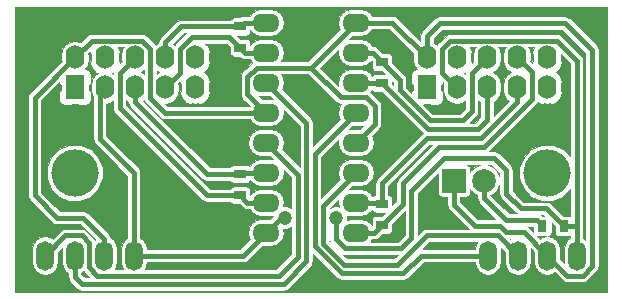
<source format=gbr>
G04 #@! TF.FileFunction,Copper,L2,Bot,Signal*
%FSLAX46Y46*%
G04 Gerber Fmt 4.6, Leading zero omitted, Abs format (unit mm)*
G04 Created by KiCad (PCBNEW 4.0.4-stable) date 12/15/16 17:08:41*
%MOMM*%
%LPD*%
G01*
G04 APERTURE LIST*
%ADD10C,0.100000*%
%ADD11R,2.000000X2.000000*%
%ADD12C,2.000000*%
%ADD13O,1.500000X2.500000*%
%ADD14R,0.800000X1.000000*%
%ADD15O,2.300000X1.600000*%
%ADD16R,1.000000X0.800000*%
%ADD17R,1.600000X2.000000*%
%ADD18O,1.600000X2.000000*%
%ADD19C,4.000000*%
%ADD20C,1.200000*%
%ADD21C,0.400000*%
%ADD22C,0.026000*%
G04 APERTURE END LIST*
D10*
D11*
X37084000Y-24654000D03*
D12*
X39624000Y-24654000D03*
D13*
X2500000Y-31000000D03*
X5000000Y-31000000D03*
X7500000Y-31000000D03*
X10000000Y-31000000D03*
X40000000Y-31000000D03*
X42500000Y-31000000D03*
X45000000Y-31000000D03*
X47500000Y-31000000D03*
D14*
X44600000Y-28500000D03*
X46400000Y-28500000D03*
D15*
X21190000Y-11280000D03*
X21190000Y-13820000D03*
X21190000Y-16360000D03*
X21190000Y-18900000D03*
X21190000Y-21440000D03*
X21190000Y-23980000D03*
X21190000Y-26520000D03*
X21190000Y-29060000D03*
X28810000Y-29060000D03*
X28810000Y-26520000D03*
X28810000Y-23980000D03*
X28810000Y-21440000D03*
X28810000Y-18900000D03*
X28810000Y-16360000D03*
X28810000Y-13820000D03*
X28810000Y-11280000D03*
D16*
X19000000Y-11600000D03*
X19000000Y-13400000D03*
X19000000Y-25900000D03*
X19000000Y-24100000D03*
X31000000Y-28400000D03*
X31000000Y-26600000D03*
X31000000Y-14600000D03*
X31000000Y-16400000D03*
D17*
X5020000Y-16764000D03*
D18*
X5020000Y-14224000D03*
X7560000Y-16764000D03*
X7560000Y-14224000D03*
X10100000Y-16764000D03*
X10100000Y-14224000D03*
X12640000Y-16764000D03*
X12640000Y-14224000D03*
X15180000Y-16764000D03*
X15180000Y-14224000D03*
D17*
X34820000Y-16764000D03*
D18*
X34820000Y-14224000D03*
X37360000Y-16764000D03*
X37360000Y-14224000D03*
X39900000Y-16764000D03*
X39900000Y-14224000D03*
X42440000Y-16764000D03*
X42440000Y-14224000D03*
X44980000Y-16764000D03*
X44980000Y-14224000D03*
D19*
X5000000Y-24000000D03*
X45000000Y-24000000D03*
D20*
X22800000Y-27800000D03*
X27100000Y-27800000D03*
D21*
X7500000Y-31000000D02*
X7500000Y-29600000D01*
X1600000Y-17644000D02*
X5020000Y-14224000D01*
X1600000Y-25900000D02*
X1600000Y-17644000D01*
X3500000Y-27800000D02*
X1600000Y-25900000D01*
X5700000Y-27800000D02*
X3500000Y-27800000D01*
X7500000Y-29600000D02*
X5700000Y-27800000D01*
X34820000Y-14224000D02*
X34820000Y-12380000D01*
X46700000Y-32700000D02*
X45000000Y-31000000D01*
X48000000Y-32700000D02*
X46700000Y-32700000D01*
X48800000Y-31900000D02*
X48000000Y-32700000D01*
X48800000Y-13600000D02*
X48800000Y-31900000D01*
X46500000Y-11300000D02*
X48800000Y-13600000D01*
X35900000Y-11300000D02*
X46500000Y-11300000D01*
X34820000Y-12380000D02*
X35900000Y-11300000D01*
X28810000Y-11280000D02*
X31876000Y-11280000D01*
X31876000Y-11280000D02*
X34820000Y-14224000D01*
X28810000Y-21440000D02*
X30400000Y-19850000D01*
X27500000Y-17600000D02*
X25000000Y-15100000D01*
X29700000Y-17600000D02*
X27500000Y-17600000D01*
X30400000Y-18300000D02*
X29700000Y-17600000D01*
X30400000Y-19850000D02*
X30400000Y-18300000D01*
X25000000Y-15100000D02*
X25000000Y-15090000D01*
X21190000Y-18900000D02*
X12600000Y-18900000D01*
X6444000Y-12800000D02*
X5020000Y-14224000D01*
X10700000Y-12800000D02*
X6444000Y-12800000D01*
X11400000Y-13500000D02*
X10700000Y-12800000D01*
X11400000Y-17700000D02*
X11400000Y-13500000D01*
X12600000Y-18900000D02*
X11400000Y-17700000D01*
X28810000Y-11280000D02*
X25000000Y-15090000D01*
X25000000Y-15090000D02*
X24990000Y-15100000D01*
X19600000Y-17310000D02*
X21190000Y-18900000D01*
X19600000Y-15900000D02*
X19600000Y-17310000D01*
X20400000Y-15100000D02*
X19600000Y-15900000D01*
X24990000Y-15100000D02*
X20400000Y-15100000D01*
X45000000Y-31000000D02*
X43000000Y-29000000D01*
X40964000Y-28464000D02*
X38862000Y-28464000D01*
X38862000Y-28464000D02*
X37084000Y-26686000D01*
X37084000Y-26686000D02*
X37084000Y-24654000D01*
X43000000Y-29000000D02*
X41500000Y-29000000D01*
X41500000Y-29000000D02*
X40964000Y-28464000D01*
X44600000Y-28500000D02*
X44100000Y-28000000D01*
X39624000Y-26124000D02*
X39624000Y-24654000D01*
X41500000Y-28000000D02*
X39624000Y-26124000D01*
X44100000Y-28000000D02*
X41500000Y-28000000D01*
X33500000Y-29500000D02*
X32600000Y-30400000D01*
X22450000Y-27800000D02*
X21190000Y-29060000D01*
X22800000Y-27800000D02*
X22450000Y-27800000D01*
X27100000Y-29599998D02*
X27100000Y-27800000D01*
X27900002Y-30400000D02*
X27100000Y-29599998D01*
X32600000Y-30400000D02*
X27900002Y-30400000D01*
X46400000Y-28500000D02*
X44900000Y-27000000D01*
X33500000Y-25500000D02*
X33500000Y-29500000D01*
X36250000Y-22750000D02*
X33500000Y-25500000D01*
X40500000Y-22750000D02*
X36250000Y-22750000D01*
X41500000Y-23750000D02*
X40500000Y-22750000D01*
X41500000Y-25750000D02*
X41500000Y-23750000D01*
X42750000Y-27000000D02*
X41500000Y-25750000D01*
X44900000Y-27000000D02*
X42750000Y-27000000D01*
X37360000Y-16764000D02*
X36100000Y-15504000D01*
X47500000Y-14500000D02*
X47500000Y-28500000D01*
X45800000Y-12800000D02*
X47500000Y-14500000D01*
X36800000Y-12800000D02*
X45800000Y-12800000D01*
X36100000Y-13500000D02*
X36800000Y-12800000D01*
X36100000Y-15504000D02*
X36100000Y-13500000D01*
X21190000Y-29060000D02*
X19250000Y-31000000D01*
X19250000Y-31000000D02*
X10000000Y-31000000D01*
X7112000Y-16764000D02*
X7112000Y-21112000D01*
X10000000Y-27750000D02*
X10000000Y-24000000D01*
X10000000Y-24000000D02*
X7620000Y-21620000D01*
X10000000Y-28000000D02*
X10000000Y-27750000D01*
X7112000Y-21112000D02*
X7620000Y-21620000D01*
X46400000Y-28500000D02*
X47500000Y-28500000D01*
X10000000Y-31000000D02*
X10000000Y-28000000D01*
X47500000Y-31000000D02*
X47500000Y-28500000D01*
X10000000Y-31000000D02*
X10250000Y-30750000D01*
X19000000Y-11600000D02*
X14000000Y-11600000D01*
X12640000Y-12960000D02*
X12640000Y-14224000D01*
X14000000Y-11600000D02*
X12640000Y-12960000D01*
X21190000Y-11280000D02*
X19320000Y-11280000D01*
X19320000Y-11280000D02*
X19000000Y-11600000D01*
X12640000Y-16764000D02*
X13900000Y-15504000D01*
X18100000Y-12500000D02*
X19000000Y-13400000D01*
X14900000Y-12500000D02*
X18100000Y-12500000D01*
X13900000Y-13500000D02*
X14900000Y-12500000D01*
X13900000Y-15504000D02*
X13900000Y-13500000D01*
X21190000Y-13820000D02*
X19420000Y-13820000D01*
X19420000Y-13820000D02*
X19000000Y-13400000D01*
X19000000Y-25900000D02*
X16200000Y-25900000D01*
X8800000Y-15524000D02*
X10100000Y-14224000D01*
X8800000Y-18500000D02*
X8800000Y-15524000D01*
X16200000Y-25900000D02*
X8800000Y-18500000D01*
X21190000Y-26520000D02*
X19620000Y-26520000D01*
X19620000Y-26520000D02*
X19000000Y-25900000D01*
X10100000Y-16764000D02*
X10100000Y-18000000D01*
X16200000Y-24100000D02*
X19000000Y-24100000D01*
X10100000Y-18000000D02*
X16200000Y-24100000D01*
X21190000Y-23980000D02*
X19120000Y-23980000D01*
X19120000Y-23980000D02*
X19000000Y-24100000D01*
X31000000Y-28400000D02*
X32766000Y-26634000D01*
X43688000Y-15472000D02*
X42440000Y-14224000D01*
X43688000Y-17780000D02*
X43688000Y-15472000D01*
X39624000Y-21844000D02*
X43688000Y-17780000D01*
X35814000Y-21844000D02*
X39624000Y-21844000D01*
X32766000Y-24892000D02*
X35814000Y-21844000D01*
X32766000Y-26634000D02*
X32766000Y-24892000D01*
X28810000Y-29060000D02*
X30340000Y-29060000D01*
X30340000Y-29060000D02*
X31000000Y-28400000D01*
X42440000Y-16764000D02*
X42440000Y-18012000D01*
X39370000Y-21082000D02*
X38122000Y-21082000D01*
X42440000Y-18012000D02*
X39370000Y-21082000D01*
X31000000Y-26600000D02*
X31000000Y-24880000D01*
X34798000Y-21082000D02*
X38122000Y-21082000D01*
X31000000Y-24880000D02*
X34798000Y-21082000D01*
X28810000Y-26520000D02*
X30920000Y-26520000D01*
X30920000Y-26520000D02*
X31000000Y-26600000D01*
X39900000Y-14224000D02*
X38608000Y-15516000D01*
X32512000Y-16112000D02*
X31000000Y-14600000D01*
X32512000Y-17018000D02*
X32512000Y-16112000D01*
X35052000Y-19558000D02*
X32512000Y-17018000D01*
X37846000Y-19558000D02*
X35052000Y-19558000D01*
X38608000Y-18796000D02*
X37846000Y-19558000D01*
X38608000Y-15516000D02*
X38608000Y-18796000D01*
X28810000Y-13820000D02*
X30220000Y-13820000D01*
X30220000Y-13820000D02*
X31000000Y-14600000D01*
X39900000Y-16764000D02*
X39900000Y-19536000D01*
X39116000Y-20320000D02*
X37592000Y-20320000D01*
X39900000Y-19536000D02*
X39116000Y-20320000D01*
X37592000Y-20320000D02*
X34920000Y-20320000D01*
X31000000Y-16400000D02*
X34920000Y-20320000D01*
X28810000Y-16360000D02*
X30960000Y-16360000D01*
X30960000Y-16360000D02*
X31000000Y-16400000D01*
X21190000Y-21440000D02*
X23900000Y-24150000D01*
X23900000Y-24150000D02*
X23900000Y-31100000D01*
X2500000Y-31000000D02*
X4200000Y-29300000D01*
X22300000Y-32700000D02*
X23900000Y-31100000D01*
X6900000Y-32700000D02*
X22300000Y-32700000D01*
X6200000Y-32000000D02*
X6900000Y-32700000D01*
X6200000Y-29900000D02*
X6200000Y-32000000D01*
X5600000Y-29300000D02*
X6200000Y-29900000D01*
X4200000Y-29300000D02*
X5600000Y-29300000D01*
X21190000Y-16360000D02*
X24600000Y-19770000D01*
X24600000Y-19770000D02*
X24600000Y-31500000D01*
X24600000Y-31500000D02*
X24600000Y-31400000D01*
X24600000Y-31400000D02*
X24600000Y-31500000D01*
X5000000Y-31000000D02*
X5000000Y-32800000D01*
X5600000Y-33400000D02*
X7400000Y-33400000D01*
X5000000Y-32800000D02*
X5600000Y-33400000D01*
X22700000Y-33400000D02*
X7400000Y-33400000D01*
X24600000Y-31500000D02*
X22700000Y-33400000D01*
X40000000Y-31000000D02*
X34300000Y-31000000D01*
X34300000Y-31000000D02*
X32800000Y-32500000D01*
X25300000Y-22410000D02*
X28810000Y-18900000D01*
X25300000Y-30200000D02*
X25300000Y-22410000D01*
X27600000Y-32500000D02*
X25300000Y-30200000D01*
X32800000Y-32500000D02*
X27600000Y-32500000D01*
X28810000Y-23980000D02*
X26000000Y-26790000D01*
X40800000Y-29300000D02*
X42500000Y-31000000D01*
X34800000Y-29300000D02*
X40800000Y-29300000D01*
X32300000Y-31800000D02*
X34800000Y-29300000D01*
X27800000Y-31800000D02*
X32300000Y-31800000D01*
X26000000Y-30000000D02*
X27800000Y-31800000D01*
X26000000Y-26790000D02*
X26000000Y-30000000D01*
D22*
G36*
X50062000Y-34062000D02*
X-62000Y-34062000D01*
X-62000Y-17644000D01*
X1037000Y-17644000D01*
X1037000Y-25900000D01*
X1079856Y-26115451D01*
X1113536Y-26165856D01*
X1201899Y-26298101D01*
X3101899Y-28198101D01*
X3284549Y-28320144D01*
X3500000Y-28363000D01*
X5466798Y-28363000D01*
X6756269Y-29652471D01*
X6716476Y-29679060D01*
X6598101Y-29501899D01*
X5998101Y-28901899D01*
X5912272Y-28844550D01*
X5815451Y-28779856D01*
X5600000Y-28737000D01*
X4200000Y-28737000D01*
X3984549Y-28779856D01*
X3801899Y-28901899D01*
X3128393Y-29575405D01*
X2925927Y-29440121D01*
X2500000Y-29355399D01*
X2074073Y-29440121D01*
X1712990Y-29681389D01*
X1471722Y-30042472D01*
X1387000Y-30468399D01*
X1387000Y-31531601D01*
X1471722Y-31957528D01*
X1712990Y-32318611D01*
X2074073Y-32559879D01*
X2500000Y-32644601D01*
X2925927Y-32559879D01*
X3287010Y-32318611D01*
X3528278Y-31957528D01*
X3613000Y-31531601D01*
X3613000Y-30683202D01*
X3901699Y-30394503D01*
X3887000Y-30468399D01*
X3887000Y-31531601D01*
X3971722Y-31957528D01*
X4212990Y-32318611D01*
X4437000Y-32468290D01*
X4437000Y-32800000D01*
X4479856Y-33015451D01*
X4601899Y-33198101D01*
X5201899Y-33798101D01*
X5384549Y-33920144D01*
X5600000Y-33963000D01*
X22700000Y-33963000D01*
X22915451Y-33920144D01*
X23098101Y-33798101D01*
X24998101Y-31898101D01*
X25073973Y-31784550D01*
X25120144Y-31715451D01*
X25163000Y-31500000D01*
X25163000Y-30859202D01*
X27201899Y-32898101D01*
X27384549Y-33020144D01*
X27600000Y-33063000D01*
X32800000Y-33063000D01*
X33015451Y-33020144D01*
X33198101Y-32898101D01*
X34533202Y-31563000D01*
X38893246Y-31563000D01*
X38971722Y-31957528D01*
X39212990Y-32318611D01*
X39574073Y-32559879D01*
X40000000Y-32644601D01*
X40425927Y-32559879D01*
X40787010Y-32318611D01*
X41028278Y-31957528D01*
X41113000Y-31531601D01*
X41113000Y-30468399D01*
X41098301Y-30394503D01*
X41387000Y-30683202D01*
X41387000Y-31531601D01*
X41471722Y-31957528D01*
X41712990Y-32318611D01*
X42074073Y-32559879D01*
X42500000Y-32644601D01*
X42925927Y-32559879D01*
X43287010Y-32318611D01*
X43528278Y-31957528D01*
X43613000Y-31531601D01*
X43613000Y-30468399D01*
X43598301Y-30394503D01*
X43887000Y-30683202D01*
X43887000Y-31531601D01*
X43971722Y-31957528D01*
X44212990Y-32318611D01*
X44574073Y-32559879D01*
X45000000Y-32644601D01*
X45425927Y-32559879D01*
X45628393Y-32424595D01*
X46301899Y-33098101D01*
X46484549Y-33220144D01*
X46700000Y-33263000D01*
X48000000Y-33263000D01*
X48215451Y-33220144D01*
X48398101Y-33098101D01*
X49198101Y-32298101D01*
X49320144Y-32115451D01*
X49363000Y-31900000D01*
X49363000Y-13600000D01*
X49320144Y-13384549D01*
X49198101Y-13201899D01*
X46898101Y-10901899D01*
X46868169Y-10881899D01*
X46715451Y-10779856D01*
X46500000Y-10737000D01*
X35900000Y-10737000D01*
X35684549Y-10779856D01*
X35531831Y-10881899D01*
X35501899Y-10901899D01*
X34421899Y-11981899D01*
X34299856Y-12164549D01*
X34257000Y-12380000D01*
X34257000Y-12864798D01*
X32274101Y-10881899D01*
X32091451Y-10759856D01*
X31876000Y-10717000D01*
X30185309Y-10717000D01*
X30012006Y-10457635D01*
X29634702Y-10205528D01*
X29189641Y-10117000D01*
X28430359Y-10117000D01*
X27985298Y-10205528D01*
X27607994Y-10457635D01*
X27355887Y-10834939D01*
X27267359Y-11280000D01*
X27355887Y-11725061D01*
X27441143Y-11852655D01*
X24756798Y-14537000D01*
X22462409Y-14537000D01*
X22644113Y-14265061D01*
X22732641Y-13820000D01*
X22644113Y-13374939D01*
X22392006Y-12997635D01*
X22014702Y-12745528D01*
X21569641Y-12657000D01*
X20810359Y-12657000D01*
X20365298Y-12745528D01*
X19987994Y-12997635D01*
X19870111Y-13174059D01*
X19870111Y-13000000D01*
X19844799Y-12865480D01*
X19765298Y-12741932D01*
X19643994Y-12659049D01*
X19500000Y-12629889D01*
X19026091Y-12629889D01*
X18766313Y-12370111D01*
X19500000Y-12370111D01*
X19634520Y-12344799D01*
X19758068Y-12265298D01*
X19840951Y-12143994D01*
X19870111Y-12000000D01*
X19870111Y-11925941D01*
X19987994Y-12102365D01*
X20365298Y-12354472D01*
X20810359Y-12443000D01*
X21569641Y-12443000D01*
X22014702Y-12354472D01*
X22392006Y-12102365D01*
X22644113Y-11725061D01*
X22732641Y-11280000D01*
X22644113Y-10834939D01*
X22392006Y-10457635D01*
X22014702Y-10205528D01*
X21569641Y-10117000D01*
X20810359Y-10117000D01*
X20365298Y-10205528D01*
X19987994Y-10457635D01*
X19814691Y-10717000D01*
X19320000Y-10717000D01*
X19104549Y-10759856D01*
X18999737Y-10829889D01*
X18500000Y-10829889D01*
X18365480Y-10855201D01*
X18241932Y-10934702D01*
X18172035Y-11037000D01*
X14000000Y-11037000D01*
X13784549Y-11079856D01*
X13601899Y-11201899D01*
X12241899Y-12561899D01*
X12119856Y-12744549D01*
X12077000Y-12960000D01*
X12077000Y-13001629D01*
X11837867Y-13161413D01*
X11798101Y-13101899D01*
X11098101Y-12401899D01*
X11050527Y-12370111D01*
X10915451Y-12279856D01*
X10700000Y-12237000D01*
X6444000Y-12237000D01*
X6228549Y-12279856D01*
X6045899Y-12401899D01*
X5500976Y-12946822D01*
X5465061Y-12922825D01*
X5020000Y-12834297D01*
X4574939Y-12922825D01*
X4197635Y-13174932D01*
X3945528Y-13552236D01*
X3857000Y-13997297D01*
X3857000Y-14450703D01*
X3880243Y-14567555D01*
X1201899Y-17245899D01*
X1079856Y-17428549D01*
X1037000Y-17644000D01*
X-62000Y-17644000D01*
X-62000Y-9938000D01*
X50062000Y-9938000D01*
X50062000Y-34062000D01*
X50062000Y-34062000D01*
G37*
X50062000Y-34062000D02*
X-62000Y-34062000D01*
X-62000Y-17644000D01*
X1037000Y-17644000D01*
X1037000Y-25900000D01*
X1079856Y-26115451D01*
X1113536Y-26165856D01*
X1201899Y-26298101D01*
X3101899Y-28198101D01*
X3284549Y-28320144D01*
X3500000Y-28363000D01*
X5466798Y-28363000D01*
X6756269Y-29652471D01*
X6716476Y-29679060D01*
X6598101Y-29501899D01*
X5998101Y-28901899D01*
X5912272Y-28844550D01*
X5815451Y-28779856D01*
X5600000Y-28737000D01*
X4200000Y-28737000D01*
X3984549Y-28779856D01*
X3801899Y-28901899D01*
X3128393Y-29575405D01*
X2925927Y-29440121D01*
X2500000Y-29355399D01*
X2074073Y-29440121D01*
X1712990Y-29681389D01*
X1471722Y-30042472D01*
X1387000Y-30468399D01*
X1387000Y-31531601D01*
X1471722Y-31957528D01*
X1712990Y-32318611D01*
X2074073Y-32559879D01*
X2500000Y-32644601D01*
X2925927Y-32559879D01*
X3287010Y-32318611D01*
X3528278Y-31957528D01*
X3613000Y-31531601D01*
X3613000Y-30683202D01*
X3901699Y-30394503D01*
X3887000Y-30468399D01*
X3887000Y-31531601D01*
X3971722Y-31957528D01*
X4212990Y-32318611D01*
X4437000Y-32468290D01*
X4437000Y-32800000D01*
X4479856Y-33015451D01*
X4601899Y-33198101D01*
X5201899Y-33798101D01*
X5384549Y-33920144D01*
X5600000Y-33963000D01*
X22700000Y-33963000D01*
X22915451Y-33920144D01*
X23098101Y-33798101D01*
X24998101Y-31898101D01*
X25073973Y-31784550D01*
X25120144Y-31715451D01*
X25163000Y-31500000D01*
X25163000Y-30859202D01*
X27201899Y-32898101D01*
X27384549Y-33020144D01*
X27600000Y-33063000D01*
X32800000Y-33063000D01*
X33015451Y-33020144D01*
X33198101Y-32898101D01*
X34533202Y-31563000D01*
X38893246Y-31563000D01*
X38971722Y-31957528D01*
X39212990Y-32318611D01*
X39574073Y-32559879D01*
X40000000Y-32644601D01*
X40425927Y-32559879D01*
X40787010Y-32318611D01*
X41028278Y-31957528D01*
X41113000Y-31531601D01*
X41113000Y-30468399D01*
X41098301Y-30394503D01*
X41387000Y-30683202D01*
X41387000Y-31531601D01*
X41471722Y-31957528D01*
X41712990Y-32318611D01*
X42074073Y-32559879D01*
X42500000Y-32644601D01*
X42925927Y-32559879D01*
X43287010Y-32318611D01*
X43528278Y-31957528D01*
X43613000Y-31531601D01*
X43613000Y-30468399D01*
X43598301Y-30394503D01*
X43887000Y-30683202D01*
X43887000Y-31531601D01*
X43971722Y-31957528D01*
X44212990Y-32318611D01*
X44574073Y-32559879D01*
X45000000Y-32644601D01*
X45425927Y-32559879D01*
X45628393Y-32424595D01*
X46301899Y-33098101D01*
X46484549Y-33220144D01*
X46700000Y-33263000D01*
X48000000Y-33263000D01*
X48215451Y-33220144D01*
X48398101Y-33098101D01*
X49198101Y-32298101D01*
X49320144Y-32115451D01*
X49363000Y-31900000D01*
X49363000Y-13600000D01*
X49320144Y-13384549D01*
X49198101Y-13201899D01*
X46898101Y-10901899D01*
X46868169Y-10881899D01*
X46715451Y-10779856D01*
X46500000Y-10737000D01*
X35900000Y-10737000D01*
X35684549Y-10779856D01*
X35531831Y-10881899D01*
X35501899Y-10901899D01*
X34421899Y-11981899D01*
X34299856Y-12164549D01*
X34257000Y-12380000D01*
X34257000Y-12864798D01*
X32274101Y-10881899D01*
X32091451Y-10759856D01*
X31876000Y-10717000D01*
X30185309Y-10717000D01*
X30012006Y-10457635D01*
X29634702Y-10205528D01*
X29189641Y-10117000D01*
X28430359Y-10117000D01*
X27985298Y-10205528D01*
X27607994Y-10457635D01*
X27355887Y-10834939D01*
X27267359Y-11280000D01*
X27355887Y-11725061D01*
X27441143Y-11852655D01*
X24756798Y-14537000D01*
X22462409Y-14537000D01*
X22644113Y-14265061D01*
X22732641Y-13820000D01*
X22644113Y-13374939D01*
X22392006Y-12997635D01*
X22014702Y-12745528D01*
X21569641Y-12657000D01*
X20810359Y-12657000D01*
X20365298Y-12745528D01*
X19987994Y-12997635D01*
X19870111Y-13174059D01*
X19870111Y-13000000D01*
X19844799Y-12865480D01*
X19765298Y-12741932D01*
X19643994Y-12659049D01*
X19500000Y-12629889D01*
X19026091Y-12629889D01*
X18766313Y-12370111D01*
X19500000Y-12370111D01*
X19634520Y-12344799D01*
X19758068Y-12265298D01*
X19840951Y-12143994D01*
X19870111Y-12000000D01*
X19870111Y-11925941D01*
X19987994Y-12102365D01*
X20365298Y-12354472D01*
X20810359Y-12443000D01*
X21569641Y-12443000D01*
X22014702Y-12354472D01*
X22392006Y-12102365D01*
X22644113Y-11725061D01*
X22732641Y-11280000D01*
X22644113Y-10834939D01*
X22392006Y-10457635D01*
X22014702Y-10205528D01*
X21569641Y-10117000D01*
X20810359Y-10117000D01*
X20365298Y-10205528D01*
X19987994Y-10457635D01*
X19814691Y-10717000D01*
X19320000Y-10717000D01*
X19104549Y-10759856D01*
X18999737Y-10829889D01*
X18500000Y-10829889D01*
X18365480Y-10855201D01*
X18241932Y-10934702D01*
X18172035Y-11037000D01*
X14000000Y-11037000D01*
X13784549Y-11079856D01*
X13601899Y-11201899D01*
X12241899Y-12561899D01*
X12119856Y-12744549D01*
X12077000Y-12960000D01*
X12077000Y-13001629D01*
X11837867Y-13161413D01*
X11798101Y-13101899D01*
X11098101Y-12401899D01*
X11050527Y-12370111D01*
X10915451Y-12279856D01*
X10700000Y-12237000D01*
X6444000Y-12237000D01*
X6228549Y-12279856D01*
X6045899Y-12401899D01*
X5500976Y-12946822D01*
X5465061Y-12922825D01*
X5020000Y-12834297D01*
X4574939Y-12922825D01*
X4197635Y-13174932D01*
X3945528Y-13552236D01*
X3857000Y-13997297D01*
X3857000Y-14450703D01*
X3880243Y-14567555D01*
X1201899Y-17245899D01*
X1079856Y-17428549D01*
X1037000Y-17644000D01*
X-62000Y-17644000D01*
X-62000Y-9938000D01*
X50062000Y-9938000D01*
X50062000Y-34062000D01*
G36*
X5801899Y-32398101D02*
X6240798Y-32837000D01*
X5833202Y-32837000D01*
X5563000Y-32566798D01*
X5563000Y-32468290D01*
X5760584Y-32336268D01*
X5801899Y-32398101D01*
X5801899Y-32398101D01*
G37*
X5801899Y-32398101D02*
X6240798Y-32837000D01*
X5833202Y-32837000D01*
X5563000Y-32566798D01*
X5563000Y-32468290D01*
X5760584Y-32336268D01*
X5801899Y-32398101D01*
G36*
X23337000Y-30866798D02*
X22066798Y-32137000D01*
X10908359Y-32137000D01*
X11028278Y-31957528D01*
X11106754Y-31563000D01*
X19250000Y-31563000D01*
X19465451Y-31520144D01*
X19648101Y-31398101D01*
X20823202Y-30223000D01*
X21569641Y-30223000D01*
X22014702Y-30134472D01*
X22392006Y-29882365D01*
X22644113Y-29505061D01*
X22732641Y-29060000D01*
X22673542Y-28762890D01*
X22990712Y-28763167D01*
X23337000Y-28620083D01*
X23337000Y-30866798D01*
X23337000Y-30866798D01*
G37*
X23337000Y-30866798D02*
X22066798Y-32137000D01*
X10908359Y-32137000D01*
X11028278Y-31957528D01*
X11106754Y-31563000D01*
X19250000Y-31563000D01*
X19465451Y-31520144D01*
X19648101Y-31398101D01*
X20823202Y-30223000D01*
X21569641Y-30223000D01*
X22014702Y-30134472D01*
X22392006Y-29882365D01*
X22644113Y-29505061D01*
X22732641Y-29060000D01*
X22673542Y-28762890D01*
X22990712Y-28763167D01*
X23337000Y-28620083D01*
X23337000Y-30866798D01*
G36*
X6265373Y-13777440D02*
X6372992Y-13983000D01*
X6399844Y-13983000D01*
X6397000Y-13997297D01*
X6397000Y-14450703D01*
X6399844Y-14465000D01*
X6372992Y-14465000D01*
X6265373Y-14670560D01*
X6458275Y-15147224D01*
X6818905Y-15513784D01*
X6942696Y-15577915D01*
X6737635Y-15714932D01*
X6485528Y-16092236D01*
X6397000Y-16537297D01*
X6397000Y-16990703D01*
X6485528Y-17435764D01*
X6549000Y-17530756D01*
X6549000Y-21112000D01*
X6591856Y-21327451D01*
X6643372Y-21404550D01*
X6713899Y-21510101D01*
X9437000Y-24233202D01*
X9437000Y-29531710D01*
X9212990Y-29681389D01*
X8971722Y-30042472D01*
X8887000Y-30468399D01*
X8887000Y-31531601D01*
X8971722Y-31957528D01*
X9091641Y-32137000D01*
X8408359Y-32137000D01*
X8528278Y-31957528D01*
X8613000Y-31531601D01*
X8613000Y-30468399D01*
X8528278Y-30042472D01*
X8287010Y-29681389D01*
X8047334Y-29521243D01*
X8020144Y-29384549D01*
X7898101Y-29201899D01*
X6098101Y-27401899D01*
X6050527Y-27370111D01*
X5915451Y-27279856D01*
X5700000Y-27237000D01*
X3733202Y-27237000D01*
X2163000Y-25666798D01*
X2163000Y-24467968D01*
X2636591Y-24467968D01*
X2995578Y-25336783D01*
X3659720Y-26002086D01*
X4527908Y-26362589D01*
X5467968Y-26363409D01*
X6336783Y-26004422D01*
X7002086Y-25340280D01*
X7362589Y-24472092D01*
X7363409Y-23532032D01*
X7004422Y-22663217D01*
X6340280Y-21997914D01*
X5472092Y-21637411D01*
X4532032Y-21636591D01*
X3663217Y-21995578D01*
X2997914Y-22659720D01*
X2637411Y-23527908D01*
X2636591Y-24467968D01*
X2163000Y-24467968D01*
X2163000Y-17877202D01*
X3699000Y-16341202D01*
X3699000Y-16392750D01*
X3829250Y-16523000D01*
X3849889Y-16523000D01*
X3849889Y-17005000D01*
X3829250Y-17005000D01*
X3699000Y-17135250D01*
X3699000Y-17867634D01*
X3778318Y-18059123D01*
X3924878Y-18205683D01*
X4116367Y-18285000D01*
X4648750Y-18285000D01*
X4779000Y-18154750D01*
X4779000Y-18134111D01*
X5261000Y-18134111D01*
X5261000Y-18154750D01*
X5391250Y-18285000D01*
X5923633Y-18285000D01*
X6115122Y-18205683D01*
X6261682Y-18059123D01*
X6341000Y-17867634D01*
X6341000Y-17135250D01*
X6210750Y-17005000D01*
X6190111Y-17005000D01*
X6190111Y-16523000D01*
X6210750Y-16523000D01*
X6341000Y-16392750D01*
X6341000Y-15660366D01*
X6261682Y-15468877D01*
X6115122Y-15322317D01*
X5923633Y-15243000D01*
X5862456Y-15243000D01*
X6094472Y-14895764D01*
X6183000Y-14450703D01*
X6183000Y-13997297D01*
X6159757Y-13880445D01*
X6267148Y-13773054D01*
X6265373Y-13777440D01*
X6265373Y-13777440D01*
G37*
X6265373Y-13777440D02*
X6372992Y-13983000D01*
X6399844Y-13983000D01*
X6397000Y-13997297D01*
X6397000Y-14450703D01*
X6399844Y-14465000D01*
X6372992Y-14465000D01*
X6265373Y-14670560D01*
X6458275Y-15147224D01*
X6818905Y-15513784D01*
X6942696Y-15577915D01*
X6737635Y-15714932D01*
X6485528Y-16092236D01*
X6397000Y-16537297D01*
X6397000Y-16990703D01*
X6485528Y-17435764D01*
X6549000Y-17530756D01*
X6549000Y-21112000D01*
X6591856Y-21327451D01*
X6643372Y-21404550D01*
X6713899Y-21510101D01*
X9437000Y-24233202D01*
X9437000Y-29531710D01*
X9212990Y-29681389D01*
X8971722Y-30042472D01*
X8887000Y-30468399D01*
X8887000Y-31531601D01*
X8971722Y-31957528D01*
X9091641Y-32137000D01*
X8408359Y-32137000D01*
X8528278Y-31957528D01*
X8613000Y-31531601D01*
X8613000Y-30468399D01*
X8528278Y-30042472D01*
X8287010Y-29681389D01*
X8047334Y-29521243D01*
X8020144Y-29384549D01*
X7898101Y-29201899D01*
X6098101Y-27401899D01*
X6050527Y-27370111D01*
X5915451Y-27279856D01*
X5700000Y-27237000D01*
X3733202Y-27237000D01*
X2163000Y-25666798D01*
X2163000Y-24467968D01*
X2636591Y-24467968D01*
X2995578Y-25336783D01*
X3659720Y-26002086D01*
X4527908Y-26362589D01*
X5467968Y-26363409D01*
X6336783Y-26004422D01*
X7002086Y-25340280D01*
X7362589Y-24472092D01*
X7363409Y-23532032D01*
X7004422Y-22663217D01*
X6340280Y-21997914D01*
X5472092Y-21637411D01*
X4532032Y-21636591D01*
X3663217Y-21995578D01*
X2997914Y-22659720D01*
X2637411Y-23527908D01*
X2636591Y-24467968D01*
X2163000Y-24467968D01*
X2163000Y-17877202D01*
X3699000Y-16341202D01*
X3699000Y-16392750D01*
X3829250Y-16523000D01*
X3849889Y-16523000D01*
X3849889Y-17005000D01*
X3829250Y-17005000D01*
X3699000Y-17135250D01*
X3699000Y-17867634D01*
X3778318Y-18059123D01*
X3924878Y-18205683D01*
X4116367Y-18285000D01*
X4648750Y-18285000D01*
X4779000Y-18154750D01*
X4779000Y-18134111D01*
X5261000Y-18134111D01*
X5261000Y-18154750D01*
X5391250Y-18285000D01*
X5923633Y-18285000D01*
X6115122Y-18205683D01*
X6261682Y-18059123D01*
X6341000Y-17867634D01*
X6341000Y-17135250D01*
X6210750Y-17005000D01*
X6190111Y-17005000D01*
X6190111Y-16523000D01*
X6210750Y-16523000D01*
X6341000Y-16392750D01*
X6341000Y-15660366D01*
X6261682Y-15468877D01*
X6115122Y-15322317D01*
X5923633Y-15243000D01*
X5862456Y-15243000D01*
X6094472Y-14895764D01*
X6183000Y-14450703D01*
X6183000Y-13997297D01*
X6159757Y-13880445D01*
X6267148Y-13773054D01*
X6265373Y-13777440D01*
G36*
X45629889Y-28526091D02*
X45629889Y-29000000D01*
X45655201Y-29134520D01*
X45734702Y-29258068D01*
X45856006Y-29340951D01*
X46000000Y-29370111D01*
X46800000Y-29370111D01*
X46934520Y-29344799D01*
X46937000Y-29343203D01*
X46937000Y-29531710D01*
X46712990Y-29681389D01*
X46471722Y-30042472D01*
X46387000Y-30468399D01*
X46387000Y-31531601D01*
X46401699Y-31605497D01*
X46113000Y-31316798D01*
X46113000Y-30468399D01*
X46028278Y-30042472D01*
X45787010Y-29681389D01*
X45425927Y-29440121D01*
X45038008Y-29362959D01*
X45134520Y-29344799D01*
X45258068Y-29265298D01*
X45340951Y-29143994D01*
X45370111Y-29000000D01*
X45370111Y-28266313D01*
X45629889Y-28526091D01*
X45629889Y-28526091D01*
G37*
X45629889Y-28526091D02*
X45629889Y-29000000D01*
X45655201Y-29134520D01*
X45734702Y-29258068D01*
X45856006Y-29340951D01*
X46000000Y-29370111D01*
X46800000Y-29370111D01*
X46934520Y-29344799D01*
X46937000Y-29343203D01*
X46937000Y-29531710D01*
X46712990Y-29681389D01*
X46471722Y-30042472D01*
X46387000Y-30468399D01*
X46387000Y-31531601D01*
X46401699Y-31605497D01*
X46113000Y-31316798D01*
X46113000Y-30468399D01*
X46028278Y-30042472D01*
X45787010Y-29681389D01*
X45425927Y-29440121D01*
X45038008Y-29362959D01*
X45134520Y-29344799D01*
X45258068Y-29265298D01*
X45340951Y-29143994D01*
X45370111Y-29000000D01*
X45370111Y-28266313D01*
X45629889Y-28526091D01*
G36*
X27900002Y-30963000D02*
X32340798Y-30963000D01*
X32066798Y-31237000D01*
X28033202Y-31237000D01*
X27724241Y-30928039D01*
X27900002Y-30963000D01*
X27900002Y-30963000D01*
G37*
X27900002Y-30963000D02*
X32340798Y-30963000D01*
X32066798Y-31237000D01*
X28033202Y-31237000D01*
X27724241Y-30928039D01*
X27900002Y-30963000D01*
G36*
X38971722Y-30042472D02*
X38893246Y-30437000D01*
X34459202Y-30437000D01*
X35033202Y-29863000D01*
X39091641Y-29863000D01*
X38971722Y-30042472D01*
X38971722Y-30042472D01*
G37*
X38971722Y-30042472D02*
X38893246Y-30437000D01*
X34459202Y-30437000D01*
X35033202Y-29863000D01*
X39091641Y-29863000D01*
X38971722Y-30042472D01*
G36*
X8237000Y-18500000D02*
X8279856Y-18715451D01*
X8349810Y-18820144D01*
X8401899Y-18898101D01*
X15801899Y-26298101D01*
X15984549Y-26420144D01*
X16200000Y-26463000D01*
X18173527Y-26463000D01*
X18234702Y-26558068D01*
X18356006Y-26640951D01*
X18500000Y-26670111D01*
X18973909Y-26670111D01*
X19221899Y-26918101D01*
X19404549Y-27040144D01*
X19620000Y-27083000D01*
X19814691Y-27083000D01*
X19987994Y-27342365D01*
X20365298Y-27594472D01*
X20810359Y-27683000D01*
X21569641Y-27683000D01*
X21820746Y-27633052D01*
X21556798Y-27897000D01*
X20810359Y-27897000D01*
X20365298Y-27985528D01*
X19987994Y-28237635D01*
X19735887Y-28614939D01*
X19647359Y-29060000D01*
X19735887Y-29505061D01*
X19821143Y-29632655D01*
X19016798Y-30437000D01*
X11106754Y-30437000D01*
X11028278Y-30042472D01*
X10787010Y-29681389D01*
X10563000Y-29531710D01*
X10563000Y-24000000D01*
X10520144Y-23784549D01*
X10398101Y-23601899D01*
X7675000Y-20878798D01*
X7675000Y-18130828D01*
X8005061Y-18065175D01*
X8237000Y-17910198D01*
X8237000Y-18500000D01*
X8237000Y-18500000D01*
G37*
X8237000Y-18500000D02*
X8279856Y-18715451D01*
X8349810Y-18820144D01*
X8401899Y-18898101D01*
X15801899Y-26298101D01*
X15984549Y-26420144D01*
X16200000Y-26463000D01*
X18173527Y-26463000D01*
X18234702Y-26558068D01*
X18356006Y-26640951D01*
X18500000Y-26670111D01*
X18973909Y-26670111D01*
X19221899Y-26918101D01*
X19404549Y-27040144D01*
X19620000Y-27083000D01*
X19814691Y-27083000D01*
X19987994Y-27342365D01*
X20365298Y-27594472D01*
X20810359Y-27683000D01*
X21569641Y-27683000D01*
X21820746Y-27633052D01*
X21556798Y-27897000D01*
X20810359Y-27897000D01*
X20365298Y-27985528D01*
X19987994Y-28237635D01*
X19735887Y-28614939D01*
X19647359Y-29060000D01*
X19735887Y-29505061D01*
X19821143Y-29632655D01*
X19016798Y-30437000D01*
X11106754Y-30437000D01*
X11028278Y-30042472D01*
X10787010Y-29681389D01*
X10563000Y-29531710D01*
X10563000Y-24000000D01*
X10520144Y-23784549D01*
X10398101Y-23601899D01*
X7675000Y-20878798D01*
X7675000Y-18130828D01*
X8005061Y-18065175D01*
X8237000Y-17910198D01*
X8237000Y-18500000D01*
G36*
X32937000Y-29266798D02*
X32366798Y-29837000D01*
X30042318Y-29837000D01*
X30185309Y-29623000D01*
X30340000Y-29623000D01*
X30555451Y-29580144D01*
X30738101Y-29458101D01*
X31026091Y-29170111D01*
X31500000Y-29170111D01*
X31634520Y-29144799D01*
X31758068Y-29065298D01*
X31840951Y-28943994D01*
X31870111Y-28800000D01*
X31870111Y-28326091D01*
X32937000Y-27259202D01*
X32937000Y-29266798D01*
X32937000Y-29266798D01*
G37*
X32937000Y-29266798D02*
X32366798Y-29837000D01*
X30042318Y-29837000D01*
X30185309Y-29623000D01*
X30340000Y-29623000D01*
X30555451Y-29580144D01*
X30738101Y-29458101D01*
X31026091Y-29170111D01*
X31500000Y-29170111D01*
X31634520Y-29144799D01*
X31758068Y-29065298D01*
X31840951Y-28943994D01*
X31870111Y-28800000D01*
X31870111Y-28326091D01*
X32937000Y-27259202D01*
X32937000Y-29266798D01*
G36*
X26571961Y-29775759D02*
X26563000Y-29766798D01*
X26563000Y-29730708D01*
X26571961Y-29775759D01*
X26571961Y-29775759D01*
G37*
X26571961Y-29775759D02*
X26563000Y-29766798D01*
X26563000Y-29730708D01*
X26571961Y-29775759D01*
G36*
X48237000Y-13833202D02*
X48237000Y-29647973D01*
X48063000Y-29531710D01*
X48063000Y-14500000D01*
X48020144Y-14284549D01*
X47898101Y-14101899D01*
X46198101Y-12401899D01*
X46150527Y-12370111D01*
X46015451Y-12279856D01*
X45800000Y-12237000D01*
X36800000Y-12237000D01*
X36584549Y-12279856D01*
X36401899Y-12401899D01*
X35701899Y-13101899D01*
X35647732Y-13182965D01*
X35642365Y-13174932D01*
X35383000Y-13001629D01*
X35383000Y-12613202D01*
X36133202Y-11863000D01*
X46266798Y-11863000D01*
X48237000Y-13833202D01*
X48237000Y-13833202D01*
G37*
X48237000Y-13833202D02*
X48237000Y-29647973D01*
X48063000Y-29531710D01*
X48063000Y-14500000D01*
X48020144Y-14284549D01*
X47898101Y-14101899D01*
X46198101Y-12401899D01*
X46150527Y-12370111D01*
X46015451Y-12279856D01*
X45800000Y-12237000D01*
X36800000Y-12237000D01*
X36584549Y-12279856D01*
X36401899Y-12401899D01*
X35701899Y-13101899D01*
X35647732Y-13182965D01*
X35642365Y-13174932D01*
X35383000Y-13001629D01*
X35383000Y-12613202D01*
X36133202Y-11863000D01*
X46266798Y-11863000D01*
X48237000Y-13833202D01*
G36*
X41871607Y-29575405D02*
X41859202Y-29563000D01*
X41890172Y-29563000D01*
X41871607Y-29575405D01*
X41871607Y-29575405D01*
G37*
X41871607Y-29575405D02*
X41859202Y-29563000D01*
X41890172Y-29563000D01*
X41871607Y-29575405D01*
G36*
X44200000Y-29370111D02*
X44926038Y-29370111D01*
X44574073Y-29440121D01*
X44371607Y-29575405D01*
X44157759Y-29361557D01*
X44200000Y-29370111D01*
X44200000Y-29370111D01*
G37*
X44200000Y-29370111D02*
X44926038Y-29370111D01*
X44574073Y-29440121D01*
X44371607Y-29575405D01*
X44157759Y-29361557D01*
X44200000Y-29370111D01*
G36*
X35713889Y-25654000D02*
X35739201Y-25788520D01*
X35818702Y-25912068D01*
X35940006Y-25994951D01*
X36084000Y-26024111D01*
X36521000Y-26024111D01*
X36521000Y-26686000D01*
X36563856Y-26901451D01*
X36633346Y-27005450D01*
X36685899Y-27084101D01*
X38338798Y-28737000D01*
X34800000Y-28737000D01*
X34584549Y-28779856D01*
X34487728Y-28844550D01*
X34401899Y-28901899D01*
X34063000Y-29240798D01*
X34063000Y-25733202D01*
X35713889Y-24082313D01*
X35713889Y-25654000D01*
X35713889Y-25654000D01*
G37*
X35713889Y-25654000D02*
X35739201Y-25788520D01*
X35818702Y-25912068D01*
X35940006Y-25994951D01*
X36084000Y-26024111D01*
X36521000Y-26024111D01*
X36521000Y-26686000D01*
X36563856Y-26901451D01*
X36633346Y-27005450D01*
X36685899Y-27084101D01*
X38338798Y-28737000D01*
X34800000Y-28737000D01*
X34584549Y-28779856D01*
X34487728Y-28844550D01*
X34401899Y-28901899D01*
X34063000Y-29240798D01*
X34063000Y-25733202D01*
X35713889Y-24082313D01*
X35713889Y-25654000D01*
G36*
X43829889Y-29000000D02*
X43837697Y-29041495D01*
X43398101Y-28601899D01*
X43339885Y-28563000D01*
X43829889Y-28563000D01*
X43829889Y-29000000D01*
X43829889Y-29000000D01*
G37*
X43829889Y-29000000D02*
X43837697Y-29041495D01*
X43398101Y-28601899D01*
X43339885Y-28563000D01*
X43829889Y-28563000D01*
X43829889Y-29000000D01*
G36*
X30155201Y-27134520D02*
X30234702Y-27258068D01*
X30356006Y-27340951D01*
X30500000Y-27370111D01*
X31233687Y-27370111D01*
X30973909Y-27629889D01*
X30500000Y-27629889D01*
X30365480Y-27655201D01*
X30241932Y-27734702D01*
X30159049Y-27856006D01*
X30129889Y-28000000D01*
X30129889Y-28414059D01*
X30012006Y-28237635D01*
X29634702Y-27985528D01*
X29189641Y-27897000D01*
X28430359Y-27897000D01*
X28062851Y-27970102D01*
X28063166Y-27609961D01*
X28430359Y-27683000D01*
X29189641Y-27683000D01*
X29634702Y-27594472D01*
X30012006Y-27342365D01*
X30154252Y-27129479D01*
X30155201Y-27134520D01*
X30155201Y-27134520D01*
G37*
X30155201Y-27134520D02*
X30234702Y-27258068D01*
X30356006Y-27340951D01*
X30500000Y-27370111D01*
X31233687Y-27370111D01*
X30973909Y-27629889D01*
X30500000Y-27629889D01*
X30365480Y-27655201D01*
X30241932Y-27734702D01*
X30159049Y-27856006D01*
X30129889Y-28000000D01*
X30129889Y-28414059D01*
X30012006Y-28237635D01*
X29634702Y-27985528D01*
X29189641Y-27897000D01*
X28430359Y-27897000D01*
X28062851Y-27970102D01*
X28063166Y-27609961D01*
X28430359Y-27683000D01*
X29189641Y-27683000D01*
X29634702Y-27594472D01*
X30012006Y-27342365D01*
X30154252Y-27129479D01*
X30155201Y-27134520D01*
G36*
X38467831Y-25425069D02*
X38850914Y-25808822D01*
X39061000Y-25896057D01*
X39061000Y-26124000D01*
X39103856Y-26339451D01*
X39186409Y-26463000D01*
X39225899Y-26522101D01*
X40604798Y-27901000D01*
X39095202Y-27901000D01*
X37647000Y-26452798D01*
X37647000Y-26024111D01*
X38084000Y-26024111D01*
X38218520Y-25998799D01*
X38342068Y-25919298D01*
X38424951Y-25797994D01*
X38454111Y-25654000D01*
X38454111Y-25391864D01*
X38467831Y-25425069D01*
X38467831Y-25425069D01*
G37*
X38467831Y-25425069D02*
X38850914Y-25808822D01*
X39061000Y-25896057D01*
X39061000Y-26124000D01*
X39103856Y-26339451D01*
X39186409Y-26463000D01*
X39225899Y-26522101D01*
X40604798Y-27901000D01*
X39095202Y-27901000D01*
X37647000Y-26452798D01*
X37647000Y-26024111D01*
X38084000Y-26024111D01*
X38218520Y-25998799D01*
X38342068Y-25919298D01*
X38424951Y-25797994D01*
X38454111Y-25654000D01*
X38454111Y-25391864D01*
X38467831Y-25425069D01*
G36*
X46937000Y-14733202D02*
X46937000Y-22595677D01*
X46340280Y-21997914D01*
X45472092Y-21637411D01*
X44532032Y-21636591D01*
X43663217Y-21995578D01*
X42997914Y-22659720D01*
X42637411Y-23527908D01*
X42636591Y-24467968D01*
X42995578Y-25336783D01*
X43659720Y-26002086D01*
X44527908Y-26362589D01*
X45467968Y-26363409D01*
X46336783Y-26004422D01*
X46937000Y-25405252D01*
X46937000Y-27657633D01*
X46800000Y-27629889D01*
X46326091Y-27629889D01*
X45298101Y-26601899D01*
X45232503Y-26558068D01*
X45115451Y-26479856D01*
X44900000Y-26437000D01*
X42983202Y-26437000D01*
X42063000Y-25516798D01*
X42063000Y-23750000D01*
X42053432Y-23701899D01*
X42020145Y-23534550D01*
X41898101Y-23351899D01*
X40898101Y-22351899D01*
X40715451Y-22229856D01*
X40500000Y-22187000D01*
X40077202Y-22187000D01*
X44086101Y-18178101D01*
X44115494Y-18134111D01*
X44197374Y-18011570D01*
X44238905Y-18053784D01*
X44538785Y-18209139D01*
X44739000Y-18130107D01*
X44739000Y-18105765D01*
X44980000Y-18153703D01*
X45221000Y-18105765D01*
X45221000Y-18130107D01*
X45421215Y-18209139D01*
X45721095Y-18053784D01*
X46081725Y-17687224D01*
X46274627Y-17210560D01*
X46167008Y-17005000D01*
X46140156Y-17005000D01*
X46143000Y-16990703D01*
X46143000Y-16537297D01*
X46140156Y-16523000D01*
X46167008Y-16523000D01*
X46274627Y-16317440D01*
X46081725Y-15840776D01*
X45740559Y-15494000D01*
X46081725Y-15147224D01*
X46274627Y-14670560D01*
X46167008Y-14465000D01*
X46140156Y-14465000D01*
X46143000Y-14450703D01*
X46143000Y-13997297D01*
X46140156Y-13983000D01*
X46167008Y-13983000D01*
X46173809Y-13970011D01*
X46937000Y-14733202D01*
X46937000Y-14733202D01*
G37*
X46937000Y-14733202D02*
X46937000Y-22595677D01*
X46340280Y-21997914D01*
X45472092Y-21637411D01*
X44532032Y-21636591D01*
X43663217Y-21995578D01*
X42997914Y-22659720D01*
X42637411Y-23527908D01*
X42636591Y-24467968D01*
X42995578Y-25336783D01*
X43659720Y-26002086D01*
X44527908Y-26362589D01*
X45467968Y-26363409D01*
X46336783Y-26004422D01*
X46937000Y-25405252D01*
X46937000Y-27657633D01*
X46800000Y-27629889D01*
X46326091Y-27629889D01*
X45298101Y-26601899D01*
X45232503Y-26558068D01*
X45115451Y-26479856D01*
X44900000Y-26437000D01*
X42983202Y-26437000D01*
X42063000Y-25516798D01*
X42063000Y-23750000D01*
X42053432Y-23701899D01*
X42020145Y-23534550D01*
X41898101Y-23351899D01*
X40898101Y-22351899D01*
X40715451Y-22229856D01*
X40500000Y-22187000D01*
X40077202Y-22187000D01*
X44086101Y-18178101D01*
X44115494Y-18134111D01*
X44197374Y-18011570D01*
X44238905Y-18053784D01*
X44538785Y-18209139D01*
X44739000Y-18130107D01*
X44739000Y-18105765D01*
X44980000Y-18153703D01*
X45221000Y-18105765D01*
X45221000Y-18130107D01*
X45421215Y-18209139D01*
X45721095Y-18053784D01*
X46081725Y-17687224D01*
X46274627Y-17210560D01*
X46167008Y-17005000D01*
X46140156Y-17005000D01*
X46143000Y-16990703D01*
X46143000Y-16537297D01*
X46140156Y-16523000D01*
X46167008Y-16523000D01*
X46274627Y-16317440D01*
X46081725Y-15840776D01*
X45740559Y-15494000D01*
X46081725Y-15147224D01*
X46274627Y-14670560D01*
X46167008Y-14465000D01*
X46140156Y-14465000D01*
X46143000Y-14450703D01*
X46143000Y-13997297D01*
X46140156Y-13983000D01*
X46167008Y-13983000D01*
X46173809Y-13970011D01*
X46937000Y-14733202D01*
G36*
X44733687Y-27629889D02*
X44526091Y-27629889D01*
X44498101Y-27601899D01*
X44472135Y-27584549D01*
X44439885Y-27563000D01*
X44666798Y-27563000D01*
X44733687Y-27629889D01*
X44733687Y-27629889D01*
G37*
X44733687Y-27629889D02*
X44526091Y-27629889D01*
X44498101Y-27601899D01*
X44472135Y-27584549D01*
X44439885Y-27563000D01*
X44666798Y-27563000D01*
X44733687Y-27629889D01*
G36*
X40937000Y-25750000D02*
X40979856Y-25965451D01*
X41050382Y-26071000D01*
X41101899Y-26148101D01*
X42351899Y-27398101D01*
X42410115Y-27437000D01*
X41733202Y-27437000D01*
X40190781Y-25894579D01*
X40395069Y-25810169D01*
X40778822Y-25427086D01*
X40937000Y-25046150D01*
X40937000Y-25750000D01*
X40937000Y-25750000D01*
G37*
X40937000Y-25750000D02*
X40979856Y-25965451D01*
X41050382Y-26071000D01*
X41101899Y-26148101D01*
X42351899Y-27398101D01*
X42410115Y-27437000D01*
X41733202Y-27437000D01*
X40190781Y-25894579D01*
X40395069Y-25810169D01*
X40778822Y-25427086D01*
X40937000Y-25046150D01*
X40937000Y-25750000D01*
G36*
X9537000Y-17986371D02*
X9537000Y-18000000D01*
X9579856Y-18215451D01*
X9636350Y-18300000D01*
X9701899Y-18398101D01*
X15801899Y-24498101D01*
X15984549Y-24620144D01*
X16200000Y-24663000D01*
X18173527Y-24663000D01*
X18234702Y-24758068D01*
X18356006Y-24840951D01*
X18500000Y-24870111D01*
X19500000Y-24870111D01*
X19634520Y-24844799D01*
X19758068Y-24765298D01*
X19840951Y-24643994D01*
X19850539Y-24596649D01*
X19987994Y-24802365D01*
X20365298Y-25054472D01*
X20810359Y-25143000D01*
X21569641Y-25143000D01*
X22014702Y-25054472D01*
X22392006Y-24802365D01*
X22644113Y-24425061D01*
X22732641Y-23980000D01*
X22682693Y-23728895D01*
X23337000Y-24383202D01*
X23337000Y-26980261D01*
X22992393Y-26837168D01*
X22669609Y-26836886D01*
X22732641Y-26520000D01*
X22644113Y-26074939D01*
X22392006Y-25697635D01*
X22014702Y-25445528D01*
X21569641Y-25357000D01*
X20810359Y-25357000D01*
X20365298Y-25445528D01*
X19987994Y-25697635D01*
X19870111Y-25874059D01*
X19870111Y-25500000D01*
X19844799Y-25365480D01*
X19765298Y-25241932D01*
X19643994Y-25159049D01*
X19500000Y-25129889D01*
X18500000Y-25129889D01*
X18365480Y-25155201D01*
X18241932Y-25234702D01*
X18172035Y-25337000D01*
X16433202Y-25337000D01*
X9363000Y-18266798D01*
X9363000Y-17870107D01*
X9537000Y-17986371D01*
X9537000Y-17986371D01*
G37*
X9537000Y-17986371D02*
X9537000Y-18000000D01*
X9579856Y-18215451D01*
X9636350Y-18300000D01*
X9701899Y-18398101D01*
X15801899Y-24498101D01*
X15984549Y-24620144D01*
X16200000Y-24663000D01*
X18173527Y-24663000D01*
X18234702Y-24758068D01*
X18356006Y-24840951D01*
X18500000Y-24870111D01*
X19500000Y-24870111D01*
X19634520Y-24844799D01*
X19758068Y-24765298D01*
X19840951Y-24643994D01*
X19850539Y-24596649D01*
X19987994Y-24802365D01*
X20365298Y-25054472D01*
X20810359Y-25143000D01*
X21569641Y-25143000D01*
X22014702Y-25054472D01*
X22392006Y-24802365D01*
X22644113Y-24425061D01*
X22732641Y-23980000D01*
X22682693Y-23728895D01*
X23337000Y-24383202D01*
X23337000Y-26980261D01*
X22992393Y-26837168D01*
X22669609Y-26836886D01*
X22732641Y-26520000D01*
X22644113Y-26074939D01*
X22392006Y-25697635D01*
X22014702Y-25445528D01*
X21569641Y-25357000D01*
X20810359Y-25357000D01*
X20365298Y-25445528D01*
X19987994Y-25697635D01*
X19870111Y-25874059D01*
X19870111Y-25500000D01*
X19844799Y-25365480D01*
X19765298Y-25241932D01*
X19643994Y-25159049D01*
X19500000Y-25129889D01*
X18500000Y-25129889D01*
X18365480Y-25155201D01*
X18241932Y-25234702D01*
X18172035Y-25337000D01*
X16433202Y-25337000D01*
X9363000Y-18266798D01*
X9363000Y-17870107D01*
X9537000Y-17986371D01*
G36*
X27267359Y-26520000D02*
X27333874Y-26854392D01*
X27292393Y-26837168D01*
X26909288Y-26836833D01*
X26636764Y-26949438D01*
X27317307Y-26268895D01*
X27267359Y-26520000D01*
X27267359Y-26520000D01*
G37*
X27267359Y-26520000D02*
X27333874Y-26854392D01*
X27292393Y-26837168D01*
X26909288Y-26836833D01*
X26636764Y-26949438D01*
X27317307Y-26268895D01*
X27267359Y-26520000D01*
G36*
X32367899Y-24493899D02*
X32245856Y-24676549D01*
X32203000Y-24892000D01*
X32203000Y-26400798D01*
X31870111Y-26733687D01*
X31870111Y-26200000D01*
X31844799Y-26065480D01*
X31765298Y-25941932D01*
X31643994Y-25859049D01*
X31563000Y-25842647D01*
X31563000Y-25113202D01*
X35031202Y-21645000D01*
X35216798Y-21645000D01*
X32367899Y-24493899D01*
X32367899Y-24493899D01*
G37*
X32367899Y-24493899D02*
X32245856Y-24676549D01*
X32203000Y-24892000D01*
X32203000Y-26400798D01*
X31870111Y-26733687D01*
X31870111Y-26200000D01*
X31844799Y-26065480D01*
X31765298Y-25941932D01*
X31643994Y-25859049D01*
X31563000Y-25842647D01*
X31563000Y-25113202D01*
X35031202Y-21645000D01*
X35216798Y-21645000D01*
X32367899Y-24493899D01*
G36*
X30234702Y-17058068D02*
X30356006Y-17140951D01*
X30500000Y-17170111D01*
X30973909Y-17170111D01*
X34452530Y-20648732D01*
X34399899Y-20683899D01*
X30601899Y-24481899D01*
X30479856Y-24664549D01*
X30437000Y-24880000D01*
X30437000Y-25841743D01*
X30365480Y-25855201D01*
X30241932Y-25934702D01*
X30226697Y-25957000D01*
X30185309Y-25957000D01*
X30012006Y-25697635D01*
X29634702Y-25445528D01*
X29189641Y-25357000D01*
X28430359Y-25357000D01*
X28179254Y-25406948D01*
X28443202Y-25143000D01*
X29189641Y-25143000D01*
X29634702Y-25054472D01*
X30012006Y-24802365D01*
X30264113Y-24425061D01*
X30352641Y-23980000D01*
X30264113Y-23534939D01*
X30012006Y-23157635D01*
X29634702Y-22905528D01*
X29189641Y-22817000D01*
X28430359Y-22817000D01*
X27985298Y-22905528D01*
X27607994Y-23157635D01*
X27355887Y-23534939D01*
X27267359Y-23980000D01*
X27355887Y-24425061D01*
X27441143Y-24552655D01*
X25863000Y-26130798D01*
X25863000Y-22643202D01*
X27317307Y-21188895D01*
X27267359Y-21440000D01*
X27355887Y-21885061D01*
X27607994Y-22262365D01*
X27985298Y-22514472D01*
X28430359Y-22603000D01*
X29189641Y-22603000D01*
X29634702Y-22514472D01*
X30012006Y-22262365D01*
X30264113Y-21885061D01*
X30352641Y-21440000D01*
X30264113Y-20994939D01*
X30178857Y-20867345D01*
X30798101Y-20248101D01*
X30920145Y-20065450D01*
X30963000Y-19850000D01*
X30963000Y-18300000D01*
X30920144Y-18084549D01*
X30798101Y-17901899D01*
X30098101Y-17201899D01*
X30038539Y-17162101D01*
X30029556Y-17156099D01*
X30166195Y-16951605D01*
X30234702Y-17058068D01*
X30234702Y-17058068D01*
G37*
X30234702Y-17058068D02*
X30356006Y-17140951D01*
X30500000Y-17170111D01*
X30973909Y-17170111D01*
X34452530Y-20648732D01*
X34399899Y-20683899D01*
X30601899Y-24481899D01*
X30479856Y-24664549D01*
X30437000Y-24880000D01*
X30437000Y-25841743D01*
X30365480Y-25855201D01*
X30241932Y-25934702D01*
X30226697Y-25957000D01*
X30185309Y-25957000D01*
X30012006Y-25697635D01*
X29634702Y-25445528D01*
X29189641Y-25357000D01*
X28430359Y-25357000D01*
X28179254Y-25406948D01*
X28443202Y-25143000D01*
X29189641Y-25143000D01*
X29634702Y-25054472D01*
X30012006Y-24802365D01*
X30264113Y-24425061D01*
X30352641Y-23980000D01*
X30264113Y-23534939D01*
X30012006Y-23157635D01*
X29634702Y-22905528D01*
X29189641Y-22817000D01*
X28430359Y-22817000D01*
X27985298Y-22905528D01*
X27607994Y-23157635D01*
X27355887Y-23534939D01*
X27267359Y-23980000D01*
X27355887Y-24425061D01*
X27441143Y-24552655D01*
X25863000Y-26130798D01*
X25863000Y-22643202D01*
X27317307Y-21188895D01*
X27267359Y-21440000D01*
X27355887Y-21885061D01*
X27607994Y-22262365D01*
X27985298Y-22514472D01*
X28430359Y-22603000D01*
X29189641Y-22603000D01*
X29634702Y-22514472D01*
X30012006Y-22262365D01*
X30264113Y-21885061D01*
X30352641Y-21440000D01*
X30264113Y-20994939D01*
X30178857Y-20867345D01*
X30798101Y-20248101D01*
X30920145Y-20065450D01*
X30963000Y-19850000D01*
X30963000Y-18300000D01*
X30920144Y-18084549D01*
X30798101Y-17901899D01*
X30098101Y-17201899D01*
X30038539Y-17162101D01*
X30029556Y-17156099D01*
X30166195Y-16951605D01*
X30234702Y-17058068D01*
G36*
X40937000Y-23983202D02*
X40937000Y-24262491D01*
X40780169Y-23882931D01*
X40397086Y-23499178D01*
X39948718Y-23313000D01*
X40266798Y-23313000D01*
X40937000Y-23983202D01*
X40937000Y-23983202D01*
G37*
X40937000Y-23983202D02*
X40937000Y-24262491D01*
X40780169Y-23882931D01*
X40397086Y-23499178D01*
X39948718Y-23313000D01*
X40266798Y-23313000D01*
X40937000Y-23983202D01*
G36*
X38852931Y-23497831D02*
X38469178Y-23880914D01*
X38454111Y-23917199D01*
X38454111Y-23654000D01*
X38428799Y-23519480D01*
X38349298Y-23395932D01*
X38227994Y-23313049D01*
X38227752Y-23313000D01*
X39300257Y-23313000D01*
X38852931Y-23497831D01*
X38852931Y-23497831D01*
G37*
X38852931Y-23497831D02*
X38469178Y-23880914D01*
X38454111Y-23917199D01*
X38454111Y-23654000D01*
X38428799Y-23519480D01*
X38349298Y-23395932D01*
X38227994Y-23313049D01*
X38227752Y-23313000D01*
X39300257Y-23313000D01*
X38852931Y-23497831D01*
G36*
X10879856Y-17915451D02*
X10955926Y-18029298D01*
X11001899Y-18098101D01*
X12201899Y-19298101D01*
X12384549Y-19420144D01*
X12600000Y-19463000D01*
X19814691Y-19463000D01*
X19987994Y-19722365D01*
X20365298Y-19974472D01*
X20810359Y-20063000D01*
X21569641Y-20063000D01*
X22014702Y-19974472D01*
X22392006Y-19722365D01*
X22644113Y-19345061D01*
X22732641Y-18900000D01*
X22682693Y-18648895D01*
X24037000Y-20003202D01*
X24037000Y-23490798D01*
X22558857Y-22012655D01*
X22644113Y-21885061D01*
X22732641Y-21440000D01*
X22644113Y-20994939D01*
X22392006Y-20617635D01*
X22014702Y-20365528D01*
X21569641Y-20277000D01*
X20810359Y-20277000D01*
X20365298Y-20365528D01*
X19987994Y-20617635D01*
X19735887Y-20994939D01*
X19647359Y-21440000D01*
X19735887Y-21885061D01*
X19987994Y-22262365D01*
X20365298Y-22514472D01*
X20810359Y-22603000D01*
X21556798Y-22603000D01*
X21820746Y-22866948D01*
X21569641Y-22817000D01*
X20810359Y-22817000D01*
X20365298Y-22905528D01*
X19987994Y-23157635D01*
X19814691Y-23417000D01*
X19728809Y-23417000D01*
X19643994Y-23359049D01*
X19500000Y-23329889D01*
X18500000Y-23329889D01*
X18365480Y-23355201D01*
X18241932Y-23434702D01*
X18172035Y-23537000D01*
X16433202Y-23537000D01*
X10794624Y-17898422D01*
X10866867Y-17850151D01*
X10879856Y-17915451D01*
X10879856Y-17915451D01*
G37*
X10879856Y-17915451D02*
X10955926Y-18029298D01*
X11001899Y-18098101D01*
X12201899Y-19298101D01*
X12384549Y-19420144D01*
X12600000Y-19463000D01*
X19814691Y-19463000D01*
X19987994Y-19722365D01*
X20365298Y-19974472D01*
X20810359Y-20063000D01*
X21569641Y-20063000D01*
X22014702Y-19974472D01*
X22392006Y-19722365D01*
X22644113Y-19345061D01*
X22732641Y-18900000D01*
X22682693Y-18648895D01*
X24037000Y-20003202D01*
X24037000Y-23490798D01*
X22558857Y-22012655D01*
X22644113Y-21885061D01*
X22732641Y-21440000D01*
X22644113Y-20994939D01*
X22392006Y-20617635D01*
X22014702Y-20365528D01*
X21569641Y-20277000D01*
X20810359Y-20277000D01*
X20365298Y-20365528D01*
X19987994Y-20617635D01*
X19735887Y-20994939D01*
X19647359Y-21440000D01*
X19735887Y-21885061D01*
X19987994Y-22262365D01*
X20365298Y-22514472D01*
X20810359Y-22603000D01*
X21556798Y-22603000D01*
X21820746Y-22866948D01*
X21569641Y-22817000D01*
X20810359Y-22817000D01*
X20365298Y-22905528D01*
X19987994Y-23157635D01*
X19814691Y-23417000D01*
X19728809Y-23417000D01*
X19643994Y-23359049D01*
X19500000Y-23329889D01*
X18500000Y-23329889D01*
X18365480Y-23355201D01*
X18241932Y-23434702D01*
X18172035Y-23537000D01*
X16433202Y-23537000D01*
X10794624Y-17898422D01*
X10866867Y-17850151D01*
X10879856Y-17915451D01*
G36*
X27101899Y-17998101D02*
X27284549Y-18120144D01*
X27500000Y-18163000D01*
X27550955Y-18163000D01*
X27355887Y-18454939D01*
X27267359Y-18900000D01*
X27355887Y-19345061D01*
X27441143Y-19472655D01*
X25163000Y-21750798D01*
X25163000Y-19770000D01*
X25120144Y-19554549D01*
X24998101Y-19371899D01*
X22558857Y-16932655D01*
X22644113Y-16805061D01*
X22732641Y-16360000D01*
X22644113Y-15914939D01*
X22475772Y-15663000D01*
X24766798Y-15663000D01*
X27101899Y-17998101D01*
X27101899Y-17998101D01*
G37*
X27101899Y-17998101D02*
X27284549Y-18120144D01*
X27500000Y-18163000D01*
X27550955Y-18163000D01*
X27355887Y-18454939D01*
X27267359Y-18900000D01*
X27355887Y-19345061D01*
X27441143Y-19472655D01*
X25163000Y-21750798D01*
X25163000Y-19770000D01*
X25120144Y-19554549D01*
X24998101Y-19371899D01*
X22558857Y-16932655D01*
X22644113Y-16805061D01*
X22732641Y-16360000D01*
X22644113Y-15914939D01*
X22475772Y-15663000D01*
X24766798Y-15663000D01*
X27101899Y-17998101D01*
G36*
X29176798Y-20277000D02*
X28430359Y-20277000D01*
X28179254Y-20326948D01*
X28443202Y-20063000D01*
X29189641Y-20063000D01*
X29440746Y-20013052D01*
X29176798Y-20277000D01*
X29176798Y-20277000D01*
G37*
X29176798Y-20277000D02*
X28430359Y-20277000D01*
X28179254Y-20326948D01*
X28443202Y-20063000D01*
X29189641Y-20063000D01*
X29440746Y-20013052D01*
X29176798Y-20277000D01*
G36*
X39337000Y-17986371D02*
X39337000Y-19302798D01*
X38882798Y-19757000D01*
X38443202Y-19757000D01*
X39006101Y-19194101D01*
X39093700Y-19063000D01*
X39128144Y-19011451D01*
X39171000Y-18796000D01*
X39171000Y-17875453D01*
X39337000Y-17986371D01*
X39337000Y-17986371D01*
G37*
X39337000Y-17986371D02*
X39337000Y-19302798D01*
X38882798Y-19757000D01*
X38443202Y-19757000D01*
X39006101Y-19194101D01*
X39093700Y-19063000D01*
X39128144Y-19011451D01*
X39171000Y-18796000D01*
X39171000Y-17875453D01*
X39337000Y-17986371D01*
G36*
X41365528Y-13552236D02*
X41277000Y-13997297D01*
X41277000Y-14450703D01*
X41365528Y-14895764D01*
X41617635Y-15273068D01*
X41948282Y-15494000D01*
X41617635Y-15714932D01*
X41365528Y-16092236D01*
X41277000Y-16537297D01*
X41277000Y-16990703D01*
X41365528Y-17435764D01*
X41617635Y-17813068D01*
X41752569Y-17903229D01*
X40463000Y-19192798D01*
X40463000Y-17986371D01*
X40722365Y-17813068D01*
X40974472Y-17435764D01*
X41063000Y-16990703D01*
X41063000Y-16537297D01*
X40974472Y-16092236D01*
X40722365Y-15714932D01*
X40391718Y-15494000D01*
X40722365Y-15273068D01*
X40974472Y-14895764D01*
X41063000Y-14450703D01*
X41063000Y-13997297D01*
X40974472Y-13552236D01*
X40848028Y-13363000D01*
X41491972Y-13363000D01*
X41365528Y-13552236D01*
X41365528Y-13552236D01*
G37*
X41365528Y-13552236D02*
X41277000Y-13997297D01*
X41277000Y-14450703D01*
X41365528Y-14895764D01*
X41617635Y-15273068D01*
X41948282Y-15494000D01*
X41617635Y-15714932D01*
X41365528Y-16092236D01*
X41277000Y-16537297D01*
X41277000Y-16990703D01*
X41365528Y-17435764D01*
X41617635Y-17813068D01*
X41752569Y-17903229D01*
X40463000Y-19192798D01*
X40463000Y-17986371D01*
X40722365Y-17813068D01*
X40974472Y-17435764D01*
X41063000Y-16990703D01*
X41063000Y-16537297D01*
X40974472Y-16092236D01*
X40722365Y-15714932D01*
X40391718Y-15494000D01*
X40722365Y-15273068D01*
X40974472Y-14895764D01*
X41063000Y-14450703D01*
X41063000Y-13997297D01*
X40974472Y-13552236D01*
X40848028Y-13363000D01*
X41491972Y-13363000D01*
X41365528Y-13552236D01*
G36*
X36220243Y-16420445D02*
X36197000Y-16537297D01*
X36197000Y-16990703D01*
X36285528Y-17435764D01*
X36537635Y-17813068D01*
X36914939Y-18065175D01*
X37360000Y-18153703D01*
X37805061Y-18065175D01*
X38045000Y-17904853D01*
X38045000Y-18562798D01*
X37612798Y-18995000D01*
X35285202Y-18995000D01*
X34511976Y-18221774D01*
X34579000Y-18154750D01*
X34579000Y-18134111D01*
X35061000Y-18134111D01*
X35061000Y-18154750D01*
X35191250Y-18285000D01*
X35723633Y-18285000D01*
X35915122Y-18205683D01*
X36061682Y-18059123D01*
X36141000Y-17867634D01*
X36141000Y-17135250D01*
X36010750Y-17005000D01*
X35990111Y-17005000D01*
X35990111Y-16523000D01*
X36010750Y-16523000D01*
X36141000Y-16392750D01*
X36141000Y-16341202D01*
X36220243Y-16420445D01*
X36220243Y-16420445D01*
G37*
X36220243Y-16420445D02*
X36197000Y-16537297D01*
X36197000Y-16990703D01*
X36285528Y-17435764D01*
X36537635Y-17813068D01*
X36914939Y-18065175D01*
X37360000Y-18153703D01*
X37805061Y-18065175D01*
X38045000Y-17904853D01*
X38045000Y-18562798D01*
X37612798Y-18995000D01*
X35285202Y-18995000D01*
X34511976Y-18221774D01*
X34579000Y-18154750D01*
X34579000Y-18134111D01*
X35061000Y-18134111D01*
X35061000Y-18154750D01*
X35191250Y-18285000D01*
X35723633Y-18285000D01*
X35915122Y-18205683D01*
X36061682Y-18059123D01*
X36141000Y-17867634D01*
X36141000Y-17135250D01*
X36010750Y-17005000D01*
X35990111Y-17005000D01*
X35990111Y-16523000D01*
X36010750Y-16523000D01*
X36141000Y-16392750D01*
X36141000Y-16341202D01*
X36220243Y-16420445D01*
G36*
X18129889Y-13326091D02*
X18129889Y-13800000D01*
X18155201Y-13934520D01*
X18234702Y-14058068D01*
X18356006Y-14140951D01*
X18500000Y-14170111D01*
X18973909Y-14170111D01*
X19021899Y-14218101D01*
X19204549Y-14340144D01*
X19420000Y-14383000D01*
X19814691Y-14383000D01*
X19987994Y-14642365D01*
X20039496Y-14676778D01*
X20001899Y-14701899D01*
X19201899Y-15501899D01*
X19079856Y-15684549D01*
X19037000Y-15900000D01*
X19037000Y-17310000D01*
X19079856Y-17525451D01*
X19130937Y-17601899D01*
X19201899Y-17708101D01*
X19821143Y-18327345D01*
X19814691Y-18337000D01*
X12833202Y-18337000D01*
X12648262Y-18152060D01*
X13085061Y-18065175D01*
X13462365Y-17813068D01*
X13714472Y-17435764D01*
X13803000Y-16990703D01*
X13803000Y-16537297D01*
X13779757Y-16420445D01*
X13887148Y-16313054D01*
X13885373Y-16317440D01*
X13992992Y-16523000D01*
X14019844Y-16523000D01*
X14017000Y-16537297D01*
X14017000Y-16990703D01*
X14019844Y-17005000D01*
X13992992Y-17005000D01*
X13885373Y-17210560D01*
X14078275Y-17687224D01*
X14438905Y-18053784D01*
X14738785Y-18209139D01*
X14939000Y-18130107D01*
X14939000Y-18105765D01*
X15180000Y-18153703D01*
X15421000Y-18105765D01*
X15421000Y-18130107D01*
X15621215Y-18209139D01*
X15921095Y-18053784D01*
X16281725Y-17687224D01*
X16474627Y-17210560D01*
X16367008Y-17005000D01*
X16340156Y-17005000D01*
X16343000Y-16990703D01*
X16343000Y-16537297D01*
X16340156Y-16523000D01*
X16367008Y-16523000D01*
X16474627Y-16317440D01*
X16281725Y-15840776D01*
X15940559Y-15494000D01*
X16281725Y-15147224D01*
X16474627Y-14670560D01*
X16367008Y-14465000D01*
X16340156Y-14465000D01*
X16343000Y-14450703D01*
X16343000Y-13997297D01*
X16340156Y-13983000D01*
X16367008Y-13983000D01*
X16474627Y-13777440D01*
X16281725Y-13300776D01*
X16047796Y-13063000D01*
X17866798Y-13063000D01*
X18129889Y-13326091D01*
X18129889Y-13326091D01*
G37*
X18129889Y-13326091D02*
X18129889Y-13800000D01*
X18155201Y-13934520D01*
X18234702Y-14058068D01*
X18356006Y-14140951D01*
X18500000Y-14170111D01*
X18973909Y-14170111D01*
X19021899Y-14218101D01*
X19204549Y-14340144D01*
X19420000Y-14383000D01*
X19814691Y-14383000D01*
X19987994Y-14642365D01*
X20039496Y-14676778D01*
X20001899Y-14701899D01*
X19201899Y-15501899D01*
X19079856Y-15684549D01*
X19037000Y-15900000D01*
X19037000Y-17310000D01*
X19079856Y-17525451D01*
X19130937Y-17601899D01*
X19201899Y-17708101D01*
X19821143Y-18327345D01*
X19814691Y-18337000D01*
X12833202Y-18337000D01*
X12648262Y-18152060D01*
X13085061Y-18065175D01*
X13462365Y-17813068D01*
X13714472Y-17435764D01*
X13803000Y-16990703D01*
X13803000Y-16537297D01*
X13779757Y-16420445D01*
X13887148Y-16313054D01*
X13885373Y-16317440D01*
X13992992Y-16523000D01*
X14019844Y-16523000D01*
X14017000Y-16537297D01*
X14017000Y-16990703D01*
X14019844Y-17005000D01*
X13992992Y-17005000D01*
X13885373Y-17210560D01*
X14078275Y-17687224D01*
X14438905Y-18053784D01*
X14738785Y-18209139D01*
X14939000Y-18130107D01*
X14939000Y-18105765D01*
X15180000Y-18153703D01*
X15421000Y-18105765D01*
X15421000Y-18130107D01*
X15621215Y-18209139D01*
X15921095Y-18053784D01*
X16281725Y-17687224D01*
X16474627Y-17210560D01*
X16367008Y-17005000D01*
X16340156Y-17005000D01*
X16343000Y-16990703D01*
X16343000Y-16537297D01*
X16340156Y-16523000D01*
X16367008Y-16523000D01*
X16474627Y-16317440D01*
X16281725Y-15840776D01*
X15940559Y-15494000D01*
X16281725Y-15147224D01*
X16474627Y-14670560D01*
X16367008Y-14465000D01*
X16340156Y-14465000D01*
X16343000Y-14450703D01*
X16343000Y-13997297D01*
X16340156Y-13983000D01*
X16367008Y-13983000D01*
X16474627Y-13777440D01*
X16281725Y-13300776D01*
X16047796Y-13063000D01*
X17866798Y-13063000D01*
X18129889Y-13326091D01*
G36*
X20810359Y-17523000D02*
X21556798Y-17523000D01*
X21820746Y-17786948D01*
X21569641Y-17737000D01*
X20823202Y-17737000D01*
X20559254Y-17473052D01*
X20810359Y-17523000D01*
X20810359Y-17523000D01*
G37*
X20810359Y-17523000D02*
X21556798Y-17523000D01*
X21820746Y-17786948D01*
X21569641Y-17737000D01*
X20823202Y-17737000D01*
X20559254Y-17473052D01*
X20810359Y-17523000D01*
G36*
X33680243Y-13880445D02*
X33657000Y-13997297D01*
X33657000Y-14450703D01*
X33745528Y-14895764D01*
X33977544Y-15243000D01*
X33916367Y-15243000D01*
X33724878Y-15322317D01*
X33578318Y-15468877D01*
X33499000Y-15660366D01*
X33499000Y-16392750D01*
X33629250Y-16523000D01*
X33649889Y-16523000D01*
X33649889Y-17005000D01*
X33629250Y-17005000D01*
X33499000Y-17135250D01*
X33499000Y-17208798D01*
X33075000Y-16784798D01*
X33075000Y-16112000D01*
X33032144Y-15896549D01*
X32910101Y-15713899D01*
X31870111Y-14673909D01*
X31870111Y-14200000D01*
X31844799Y-14065480D01*
X31765298Y-13941932D01*
X31643994Y-13859049D01*
X31500000Y-13829889D01*
X31026091Y-13829889D01*
X30618101Y-13421899D01*
X30547820Y-13374939D01*
X30435451Y-13299856D01*
X30220000Y-13257000D01*
X30185309Y-13257000D01*
X30012006Y-12997635D01*
X29634702Y-12745528D01*
X29189641Y-12657000D01*
X28430359Y-12657000D01*
X28179254Y-12706948D01*
X28443202Y-12443000D01*
X29189641Y-12443000D01*
X29634702Y-12354472D01*
X30012006Y-12102365D01*
X30185309Y-11843000D01*
X31642798Y-11843000D01*
X33680243Y-13880445D01*
X33680243Y-13880445D01*
G37*
X33680243Y-13880445D02*
X33657000Y-13997297D01*
X33657000Y-14450703D01*
X33745528Y-14895764D01*
X33977544Y-15243000D01*
X33916367Y-15243000D01*
X33724878Y-15322317D01*
X33578318Y-15468877D01*
X33499000Y-15660366D01*
X33499000Y-16392750D01*
X33629250Y-16523000D01*
X33649889Y-16523000D01*
X33649889Y-17005000D01*
X33629250Y-17005000D01*
X33499000Y-17135250D01*
X33499000Y-17208798D01*
X33075000Y-16784798D01*
X33075000Y-16112000D01*
X33032144Y-15896549D01*
X32910101Y-15713899D01*
X31870111Y-14673909D01*
X31870111Y-14200000D01*
X31844799Y-14065480D01*
X31765298Y-13941932D01*
X31643994Y-13859049D01*
X31500000Y-13829889D01*
X31026091Y-13829889D01*
X30618101Y-13421899D01*
X30547820Y-13374939D01*
X30435451Y-13299856D01*
X30220000Y-13257000D01*
X30185309Y-13257000D01*
X30012006Y-12997635D01*
X29634702Y-12745528D01*
X29189641Y-12657000D01*
X28430359Y-12657000D01*
X28179254Y-12706948D01*
X28443202Y-12443000D01*
X29189641Y-12443000D01*
X29634702Y-12354472D01*
X30012006Y-12102365D01*
X30185309Y-11843000D01*
X31642798Y-11843000D01*
X33680243Y-13880445D01*
G36*
X27267359Y-13820000D02*
X27355887Y-14265061D01*
X27607994Y-14642365D01*
X27985298Y-14894472D01*
X28430359Y-14983000D01*
X29189641Y-14983000D01*
X29634702Y-14894472D01*
X30012006Y-14642365D01*
X30105796Y-14501998D01*
X30129889Y-14526091D01*
X30129889Y-15000000D01*
X30155201Y-15134520D01*
X30234702Y-15258068D01*
X30356006Y-15340951D01*
X30500000Y-15370111D01*
X30973909Y-15370111D01*
X31233687Y-15629889D01*
X30500000Y-15629889D01*
X30365480Y-15655201D01*
X30241932Y-15734702D01*
X30199366Y-15797000D01*
X30185309Y-15797000D01*
X30012006Y-15537635D01*
X29634702Y-15285528D01*
X29189641Y-15197000D01*
X28430359Y-15197000D01*
X27985298Y-15285528D01*
X27607994Y-15537635D01*
X27355887Y-15914939D01*
X27267359Y-16360000D01*
X27319790Y-16623588D01*
X25791202Y-15095000D01*
X27317307Y-13568895D01*
X27267359Y-13820000D01*
X27267359Y-13820000D01*
G37*
X27267359Y-13820000D02*
X27355887Y-14265061D01*
X27607994Y-14642365D01*
X27985298Y-14894472D01*
X28430359Y-14983000D01*
X29189641Y-14983000D01*
X29634702Y-14894472D01*
X30012006Y-14642365D01*
X30105796Y-14501998D01*
X30129889Y-14526091D01*
X30129889Y-15000000D01*
X30155201Y-15134520D01*
X30234702Y-15258068D01*
X30356006Y-15340951D01*
X30500000Y-15370111D01*
X30973909Y-15370111D01*
X31233687Y-15629889D01*
X30500000Y-15629889D01*
X30365480Y-15655201D01*
X30241932Y-15734702D01*
X30199366Y-15797000D01*
X30185309Y-15797000D01*
X30012006Y-15537635D01*
X29634702Y-15285528D01*
X29189641Y-15197000D01*
X28430359Y-15197000D01*
X27985298Y-15285528D01*
X27607994Y-15537635D01*
X27355887Y-15914939D01*
X27267359Y-16360000D01*
X27319790Y-16623588D01*
X25791202Y-15095000D01*
X27317307Y-13568895D01*
X27267359Y-13820000D01*
G36*
X31949000Y-16345202D02*
X31949000Y-16552798D01*
X31870111Y-16473909D01*
X31870111Y-16266313D01*
X31949000Y-16345202D01*
X31949000Y-16345202D01*
G37*
X31949000Y-16345202D02*
X31949000Y-16552798D01*
X31870111Y-16473909D01*
X31870111Y-16266313D01*
X31949000Y-16345202D01*
G36*
X10837000Y-15657893D02*
X10591718Y-15494000D01*
X10837000Y-15330107D01*
X10837000Y-15657893D01*
X10837000Y-15657893D01*
G37*
X10837000Y-15657893D02*
X10591718Y-15494000D01*
X10837000Y-15330107D01*
X10837000Y-15657893D01*
G36*
X38045000Y-15623147D02*
X37977304Y-15577915D01*
X38045000Y-15542844D01*
X38045000Y-15623147D01*
X38045000Y-15623147D01*
G37*
X38045000Y-15623147D02*
X37977304Y-15577915D01*
X38045000Y-15542844D01*
X38045000Y-15623147D01*
G36*
X8237000Y-15617802D02*
X8177304Y-15577915D01*
X8237000Y-15546989D01*
X8237000Y-15617802D01*
X8237000Y-15617802D01*
G37*
X8237000Y-15617802D02*
X8177304Y-15577915D01*
X8237000Y-15546989D01*
X8237000Y-15617802D01*
G36*
X12148282Y-15494000D02*
X11963000Y-15617802D01*
X11963000Y-15370198D01*
X12148282Y-15494000D01*
X12148282Y-15494000D01*
G37*
X12148282Y-15494000D02*
X11963000Y-15617802D01*
X11963000Y-15370198D01*
X12148282Y-15494000D01*
G36*
X43685373Y-13777440D02*
X43792992Y-13983000D01*
X43819844Y-13983000D01*
X43817000Y-13997297D01*
X43817000Y-14450703D01*
X43819844Y-14465000D01*
X43792992Y-14465000D01*
X43685373Y-14670560D01*
X43687148Y-14674946D01*
X43579757Y-14567555D01*
X43603000Y-14450703D01*
X43603000Y-13997297D01*
X43514472Y-13552236D01*
X43388028Y-13363000D01*
X43853093Y-13363000D01*
X43685373Y-13777440D01*
X43685373Y-13777440D01*
G37*
X43685373Y-13777440D02*
X43792992Y-13983000D01*
X43819844Y-13983000D01*
X43817000Y-13997297D01*
X43817000Y-14450703D01*
X43819844Y-14465000D01*
X43792992Y-14465000D01*
X43685373Y-14670560D01*
X43687148Y-14674946D01*
X43579757Y-14567555D01*
X43603000Y-14450703D01*
X43603000Y-13997297D01*
X43514472Y-13552236D01*
X43388028Y-13363000D01*
X43853093Y-13363000D01*
X43685373Y-13777440D01*
G36*
X38825528Y-13552236D02*
X38737000Y-13997297D01*
X38737000Y-14450703D01*
X38760243Y-14567555D01*
X38652852Y-14674946D01*
X38654627Y-14670560D01*
X38547008Y-14465000D01*
X38520156Y-14465000D01*
X38523000Y-14450703D01*
X38523000Y-13997297D01*
X38520156Y-13983000D01*
X38547008Y-13983000D01*
X38654627Y-13777440D01*
X38486907Y-13363000D01*
X38951972Y-13363000D01*
X38825528Y-13552236D01*
X38825528Y-13552236D01*
G37*
X38825528Y-13552236D02*
X38737000Y-13997297D01*
X38737000Y-14450703D01*
X38760243Y-14567555D01*
X38652852Y-14674946D01*
X38654627Y-14670560D01*
X38547008Y-14465000D01*
X38520156Y-14465000D01*
X38523000Y-14450703D01*
X38523000Y-13997297D01*
X38520156Y-13983000D01*
X38547008Y-13983000D01*
X38654627Y-13777440D01*
X38486907Y-13363000D01*
X38951972Y-13363000D01*
X38825528Y-13552236D01*
G36*
X9025528Y-13552236D02*
X8937000Y-13997297D01*
X8937000Y-14450703D01*
X8960243Y-14567555D01*
X8852852Y-14674946D01*
X8854627Y-14670560D01*
X8747008Y-14465000D01*
X8720156Y-14465000D01*
X8723000Y-14450703D01*
X8723000Y-13997297D01*
X8720156Y-13983000D01*
X8747008Y-13983000D01*
X8854627Y-13777440D01*
X8686907Y-13363000D01*
X9151972Y-13363000D01*
X9025528Y-13552236D01*
X9025528Y-13552236D01*
G37*
X9025528Y-13552236D02*
X8937000Y-13997297D01*
X8937000Y-14450703D01*
X8960243Y-14567555D01*
X8852852Y-14674946D01*
X8854627Y-14670560D01*
X8747008Y-14465000D01*
X8720156Y-14465000D01*
X8723000Y-14450703D01*
X8723000Y-13997297D01*
X8720156Y-13983000D01*
X8747008Y-13983000D01*
X8854627Y-13777440D01*
X8686907Y-13363000D01*
X9151972Y-13363000D01*
X9025528Y-13552236D01*
G36*
X13501899Y-13101899D02*
X13455960Y-13170652D01*
X13317839Y-13078363D01*
X14233202Y-12163000D01*
X14440798Y-12163000D01*
X13501899Y-13101899D01*
X13501899Y-13101899D01*
G37*
X13501899Y-13101899D02*
X13455960Y-13170652D01*
X13317839Y-13078363D01*
X14233202Y-12163000D01*
X14440798Y-12163000D01*
X13501899Y-13101899D01*
M02*

</source>
